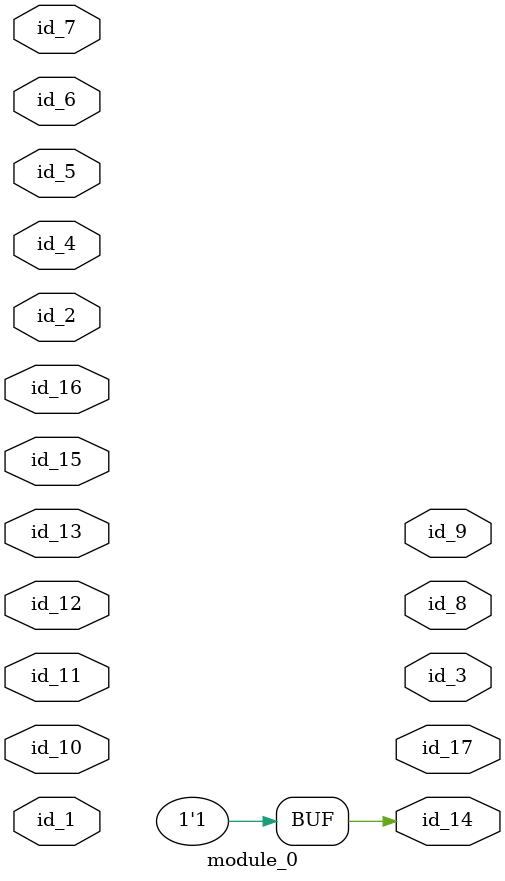
<source format=v>
module module_0 (
    id_1,
    id_2,
    id_3,
    id_4,
    id_5,
    id_6,
    id_7,
    id_8,
    id_9,
    id_10,
    id_11,
    id_12,
    id_13,
    id_14,
    id_15,
    id_16,
    id_17
);
  output id_17;
  input id_16;
  inout id_15;
  output id_14;
  input id_13;
  inout id_12;
  input id_11;
  input id_10;
  output id_9;
  output id_8;
  inout id_7;
  input id_6;
  input id_5;
  inout id_4;
  output id_3;
  input id_2;
  input id_1;
  assign id_14 = 1;
endmodule

</source>
